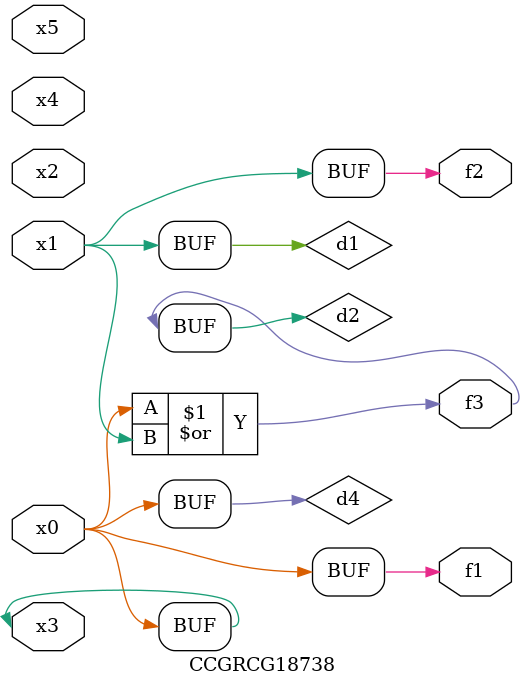
<source format=v>
module CCGRCG18738(
	input x0, x1, x2, x3, x4, x5,
	output f1, f2, f3
);

	wire d1, d2, d3, d4;

	and (d1, x1);
	or (d2, x0, x1);
	nand (d3, x0, x5);
	buf (d4, x0, x3);
	assign f1 = d4;
	assign f2 = d1;
	assign f3 = d2;
endmodule

</source>
